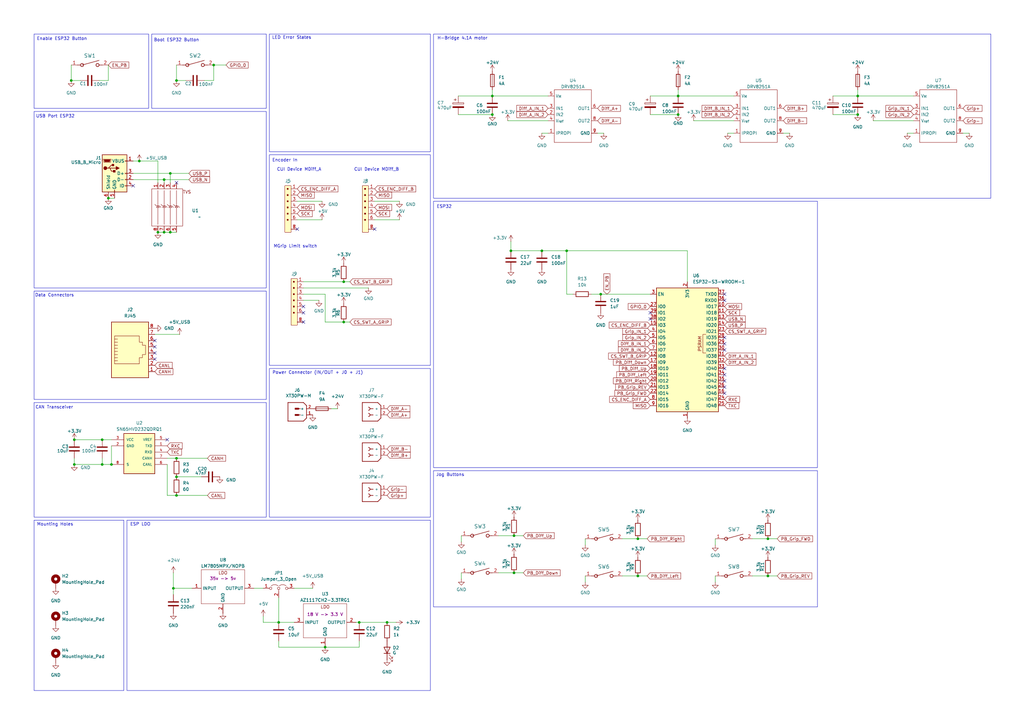
<source format=kicad_sch>
(kicad_sch (version 20231120) (generator "eeschema") (generator_version "8.0")
  (paper "A3")
  (title_block (title "arm drive j3/4 + j5") (rev "1") (company "Philippe Michaud") (comment 1 "Rev1: Changed gripper encoder for limit switches"))
  (junction (at 30.48 180.34))
  (junction (at 246.38 120.65))
  (junction (at 222.25 102.87))
  (junction (at 72.39 187.96))
  (junction (at 133.35 265.43))
  (junction (at 72.39 203.2))
  (junction (at 64.77 95.25))
  (junction (at 140.97 115.57))
  (junction (at 261.62 236.22))
  (junction (at 69.85 95.25))
  (junction (at 45.72 190.5))
  (junction (at 210.82 219.71))
  (junction (at 201.93 39.37))
  (junction (at 71.12 241.3))
  (junction (at 314.96 220.98))
  (junction (at 278.13 46.99))
  (junction (at 44.45 81.28))
  (junction (at 210.82 234.95))
  (junction (at 351.79 39.37))
  (junction (at 72.39 33.02))
  (junction (at 140.97 132.08))
  (junction (at 209.55 102.87))
  (junction (at 261.62 220.98))
  (junction (at 29.21 33.02))
  (junction (at 57.15 66.04))
  (junction (at 67.31 95.25))
  (junction (at 201.93 46.99))
  (junction (at 87.63 26.67))
  (junction (at 69.85 71.12))
  (junction (at 351.79 46.99))
  (junction (at 314.96 236.22))
  (junction (at 41.91 180.34))
  (junction (at 30.48 190.5))
  (junction (at 158.75 255.27))
  (junction (at 147.32 255.27))
  (junction (at 67.31 73.66))
  (junction (at 114.3 255.27))
  (junction (at 232.41 102.87))
  (junction (at 278.13 39.37))
  (junction (at 41.91 190.5))
  (junction (at 72.39 195.58))
  (no_connect (at 297.18 138.43))
  (no_connect (at 297.18 140.97))
  (no_connect (at 266.7 128.27))
  (no_connect (at 124.46 125.73))
  (no_connect (at 266.7 130.81))
  (no_connect (at 297.18 123.19))
  (no_connect (at 124.46 128.27))
  (no_connect (at 63.5 147.32))
  (no_connect (at 153.67 93.98))
  (no_connect (at 124.46 132.08))
  (no_connect (at 297.18 161.29))
  (no_connect (at 297.18 143.51))
  (no_connect (at 297.18 153.67))
  (no_connect (at 54.61 76.2))
  (no_connect (at 297.18 120.65))
  (no_connect (at 72.39 74.93))
  (no_connect (at 297.18 156.21))
  (no_connect (at 297.18 158.75))
  (no_connect (at 63.5 142.24))
  (no_connect (at 297.18 151.13))
  (no_connect (at 63.5 139.7))
  (no_connect (at 63.5 144.78))
  (no_connect (at 121.92 93.98))
  (no_connect (at 68.58 180.34))
  (wire (pts (xy 29.21 33.02) (xy 33.02 33.02)))
  (wire (pts (xy 92.71 26.67) (xy 87.63 26.67)))
  (wire (pts (xy 133.35 265.43) (xy 114.3 265.43)))
  (wire (pts (xy 124.46 123.19) (xy 130.81 123.19)))
  (wire (pts (xy 114.3 255.27) (xy 120.65 255.27)))
  (wire (pts (xy 318.77 220.98) (xy 314.96 220.98)))
  (wire (pts (xy 67.31 73.66) (xy 77.47 73.66)))
  (wire (pts (xy 242.57 120.65) (xy 246.38 120.65)))
  (wire (pts (xy 69.85 71.12) (xy 69.85 74.93)))
  (wire (pts (xy 85.09 187.96) (xy 72.39 187.96)))
  (wire (pts (xy 281.94 102.87) (xy 281.94 115.57)))
  (wire (pts (xy 318.77 236.22) (xy 314.96 236.22)))
  (wire (pts (xy 158.75 255.27) (xy 147.32 255.27)))
  (wire (pts (xy 107.95 255.27) (xy 114.3 255.27)))
  (wire (pts (xy 132.08 90.17) (xy 121.92 90.17)))
  (wire (pts (xy 278.13 39.37) (xy 300.99 39.37)))
  (wire (pts (xy 210.82 234.95) (xy 204.47 234.95)))
  (wire (pts (xy 114.3 262.89) (xy 114.3 265.43)))
  (wire (pts (xy 372.11 54.61) (xy 374.65 54.61)))
  (wire (pts (xy 323.85 54.61) (xy 321.31 54.61)))
  (wire (pts (xy 397.51 54.61) (xy 394.97 54.61)))
  (wire (pts (xy 201.93 39.37) (xy 224.79 39.37)))
  (wire (pts (xy 68.58 203.2) (xy 68.58 190.5)))
  (wire (pts (xy 147.32 262.89) (xy 147.32 265.43)))
  (wire (pts (xy 72.39 33.02) (xy 72.39 26.67)))
  (wire (pts (xy 107.95 252.73) (xy 107.95 255.27)))
  (wire (pts (xy 71.12 241.3) (xy 71.12 243.84)))
  (wire (pts (xy 261.62 220.98) (xy 255.27 220.98)))
  (wire (pts (xy 314.96 220.98) (xy 308.61 220.98)))
  (wire (pts (xy 69.85 71.12) (xy 77.47 71.12)))
  (wire (pts (xy 114.3 245.11) (xy 114.3 255.27)))
  (wire (pts (xy 68.58 187.96) (xy 72.39 187.96)))
  (wire (pts (xy 209.55 102.87) (xy 222.25 102.87)))
  (wire (pts (xy 85.09 203.2) (xy 72.39 203.2)))
  (wire (pts (xy 210.82 219.71) (xy 204.47 219.71)))
  (wire (pts (xy 247.65 54.61) (xy 245.11 54.61)))
  (wire (pts (xy 265.43 220.98) (xy 261.62 220.98)))
  (wire (pts (xy 64.77 66.04) (xy 64.77 74.93)))
  (wire (pts (xy 54.61 71.12) (xy 69.85 71.12)))
  (wire (pts (xy 163.83 90.17) (xy 153.67 90.17)))
  (wire (pts (xy 83.82 33.02) (xy 87.63 33.02)))
  (wire (pts (xy 187.96 46.99) (xy 201.93 46.99)))
  (wire (pts (xy 147.32 255.27) (xy 146.05 255.27)))
  (wire (pts (xy 128.27 241.3) (xy 120.65 241.3)))
  (wire (pts (xy 222.25 102.87) (xy 232.41 102.87)))
  (wire (pts (xy 30.48 190.5) (xy 41.91 190.5)))
  (wire (pts (xy 87.63 33.02) (xy 87.63 26.67)))
  (wire (pts (xy 246.38 120.65) (xy 266.7 120.65)))
  (wire (pts (xy 71.12 241.3) (xy 78.74 241.3)))
  (wire (pts (xy 232.41 102.87) (xy 232.41 120.65)))
  (wire (pts (xy 293.37 223.52) (xy 293.37 220.98)))
  (wire (pts (xy 82.55 195.58) (xy 72.39 195.58)))
  (wire (pts (xy 351.79 36.83) (xy 351.79 39.37)))
  (wire (pts (xy 240.03 223.52) (xy 240.03 220.98)))
  (wire (pts (xy 358.14 49.53) (xy 374.65 49.53)))
  (wire (pts (xy 162.56 255.27) (xy 158.75 255.27)))
  (wire (pts (xy 284.48 49.53) (xy 300.99 49.53)))
  (wire (pts (xy 281.94 102.87) (xy 232.41 102.87)))
  (wire (pts (xy 104.14 241.3) (xy 107.95 241.3)))
  (wire (pts (xy 189.23 237.49) (xy 189.23 234.95)))
  (wire (pts (xy 201.93 36.83) (xy 201.93 39.37)))
  (wire (pts (xy 266.7 39.37) (xy 278.13 39.37)))
  (wire (pts (xy 44.45 81.28) (xy 46.99 81.28)))
  (wire (pts (xy 261.62 236.22) (xy 255.27 236.22)))
  (wire (pts (xy 29.21 26.67) (xy 29.21 33.02)))
  (wire (pts (xy 214.63 234.95) (xy 210.82 234.95)))
  (wire (pts (xy 278.13 36.83) (xy 278.13 39.37)))
  (wire (pts (xy 69.85 95.25) (xy 72.39 95.25)))
  (wire (pts (xy 214.63 219.71) (xy 210.82 219.71)))
  (wire (pts (xy 298.45 54.61) (xy 300.99 54.61)))
  (wire (pts (xy 30.48 180.34) (xy 41.91 180.34)))
  (wire (pts (xy 133.35 120.65) (xy 133.35 132.08)))
  (wire (pts (xy 30.48 187.96) (xy 30.48 190.5)))
  (wire (pts (xy 151.13 118.11) (xy 124.46 118.11)))
  (wire (pts (xy 265.43 236.22) (xy 261.62 236.22)))
  (wire (pts (xy 153.67 82.55) (xy 163.83 82.55)))
  (wire (pts (xy 351.79 39.37) (xy 374.65 39.37)))
  (wire (pts (xy 341.63 39.37) (xy 351.79 39.37)))
  (wire (pts (xy 45.72 182.88) (xy 45.72 190.5)))
  (wire (pts (xy 64.77 95.25) (xy 67.31 95.25)))
  (wire (pts (xy 44.45 33.02) (xy 44.45 26.67)))
  (wire (pts (xy 140.97 132.08) (xy 143.51 132.08)))
  (wire (pts (xy 41.91 187.96) (xy 41.91 190.5)))
  (wire (pts (xy 121.92 82.55) (xy 132.08 82.55)))
  (wire (pts (xy 266.7 46.99) (xy 278.13 46.99)))
  (wire (pts (xy 41.91 190.5) (xy 45.72 190.5)))
  (wire (pts (xy 124.46 115.57) (xy 140.97 115.57)))
  (wire (pts (xy 40.64 33.02) (xy 44.45 33.02)))
  (wire (pts (xy 187.96 39.37) (xy 201.93 39.37)))
  (wire (pts (xy 208.28 49.53) (xy 224.79 49.53)))
  (wire (pts (xy 240.03 238.76) (xy 240.03 236.22)))
  (wire (pts (xy 64.77 66.04) (xy 57.15 66.04)))
  (wire (pts (xy 232.41 120.65) (xy 234.95 120.65)))
  (wire (pts (xy 71.12 234.95) (xy 71.12 241.3)))
  (wire (pts (xy 341.63 46.99) (xy 351.79 46.99)))
  (wire (pts (xy 57.15 66.04) (xy 54.61 66.04)))
  (wire (pts (xy 63.5 137.16) (xy 73.66 137.16)))
  (wire (pts (xy 135.89 167.64) (xy 138.43 167.64)))
  (wire (pts (xy 67.31 73.66) (xy 67.31 74.93)))
  (wire (pts (xy 140.97 115.57) (xy 143.51 115.57)))
  (wire (pts (xy 222.25 54.61) (xy 224.79 54.61)))
  (wire (pts (xy 72.39 203.2) (xy 68.58 203.2)))
  (wire (pts (xy 209.55 99.06) (xy 209.55 102.87)))
  (wire (pts (xy 54.61 73.66) (xy 67.31 73.66)))
  (wire (pts (xy 189.23 222.25) (xy 189.23 219.71)))
  (wire (pts (xy 133.35 132.08) (xy 140.97 132.08)))
  (wire (pts (xy 293.37 238.76) (xy 293.37 236.22)))
  (wire (pts (xy 147.32 265.43) (xy 133.35 265.43)))
  (wire (pts (xy 124.46 120.65) (xy 133.35 120.65)))
  (wire (pts (xy 314.96 236.22) (xy 308.61 236.22)))
  (wire (pts (xy 67.31 95.25) (xy 69.85 95.25)))
  (wire (pts (xy 41.91 180.34) (xy 45.72 180.34)))
  (wire (pts (xy 76.2 33.02) (xy 72.39 33.02)))
  (rectangle (start 62.23 13.97) (end 109.22 44.45))
  (rectangle (start 177.8 82.55) (end 335.28 191.77))
  (rectangle (start 177.8 193.04) (end 335.28 248.92))
  (rectangle (start 110.49 151.13) (end 176.53 212.09))
  (rectangle (start 110.49 13.97) (end 176.53 62.23))
  (rectangle (start 13.97 213.36) (end 50.8 283.21))
  (rectangle (start 177.8 13.97) (end 406.4 81.28))
  (rectangle (start 13.97 45.72) (end 109.22 118.11))
  (rectangle (start 13.97 13.97) (end 60.96 44.45))
  (rectangle (start 13.97 165.1) (end 109.22 212.09))
  (rectangle (start 13.97 119.38) (end 109.22 163.83))
  (rectangle (start 52.07 213.36) (end 176.53 283.21))
  (rectangle (start 110.49 63.5) (end 176.53 149.86))
  (text "Boot ESP32 Button" (at 72.39 16.51 0) (effects (font (size 1.27 1.27))))
  (text "Enable ESP32 Button" (at 25.4 16.002 0) (effects (font (size 1.27 1.27))))
  (text "CUI Device MDiff_A" (at 122.682 69.596 0) (effects (font (size 1.27 1.27))))
  (text "CAN Transceiver" (at 14.478 167.132 0) (effects (font (size 1.27 1.27)) (justify left)))
  (text "Encoder In" (at 116.84 65.786 0) (effects (font (size 1.27 1.27))))
  (text "LED Error States" (at 119.634 15.494 0) (effects (font (size 1.27 1.27))))
  (text "Power Connector (IN/OUT + J0 + J1)" (at 130.302 152.908 0) (effects (font (size 1.27 1.27))))
  (text "ESP LDO" (at 53.34 215.138 0) (effects (font (size 1.27 1.27)) (justify left)))
  (text "Data Connectors" (at 22.352 121.158 0) (effects (font (size 1.27 1.27))))
  (text "H-Bridge 4.1A motor" (at 179.324 15.748 0) (effects (font (size 1.27 1.27)) (justify left)))
  (text "Mounting Holes" (at 22.606 215.138 0) (effects (font (size 1.27 1.27))))
  (text "USB Port ESP32" (at 14.732 47.752 0) (effects (font (size 1.27 1.27)) (justify left)))
  (text "Jog Buttons" (at 184.658 194.818 0) (effects (font (size 1.27 1.27))))
  (text "CUI Device MDiff_B" (at 154.432 69.596 0) (effects (font (size 1.27 1.27))))
  (text "MGrip Limit switch" (at 121.158 101.092 0) (effects (font (size 1.27 1.27))))
  (text "ESP32" (at 179.07 84.836 0) (effects (font (size 1.27 1.27)) (justify left)))
  (global_label "PB_Grip_REV" (shape input) (at 318.77 236.22 0) (property "Intersheetrefs" "${INTERSHEET_REFS}" (effects (hide yes))))
  (global_label "Grip+" (shape input) (at 394.97 44.45 0) (property "Intersheetrefs" "${INTERSHEET_REFS}" (effects (hide yes))))
  (global_label "CANH" (shape input) (at 63.5 152.4 0) (property "Intersheetrefs" "${INTERSHEET_REFS}" (effects (hide yes))))
  (global_label "Grip+" (shape input) (at 158.75 203.2 0) (property "Intersheetrefs" "${INTERSHEET_REFS}" (effects (hide yes))))
  (global_label "PB_Diff_Right" (shape input) (at 265.43 220.98 0) (property "Intersheetrefs" "${INTERSHEET_REFS}" (effects (hide yes))))
  (global_label "PB_Diff_Up" (shape input) (at 266.7 151.13 180) (property "Intersheetrefs" "${INTERSHEET_REFS}" (effects (hide yes))))
  (global_label "CS_ENC_DIFF_A" (shape input) (at 121.92 77.47 0) (property "Intersheetrefs" "${INTERSHEET_REFS}" (effects (hide yes))))
  (global_label "SCK" (shape input) (at 297.18 128.27 0) (property "Intersheetrefs" "${INTERSHEET_REFS}" (effects (hide yes))))
  (global_label "Grip-" (shape input) (at 394.97 49.53 0) (property "Intersheetrefs" "${INTERSHEET_REFS}" (effects (hide yes))))
  (global_label "MOSI" (shape input) (at 153.67 85.09 0) (property "Intersheetrefs" "${INTERSHEET_REFS}" (effects (hide yes))))
  (global_label "Diff_B_IN_1" (shape input) (at 266.7 140.97 180) (property "Intersheetrefs" "${INTERSHEET_REFS}" (effects (hide yes))))
  (global_label "Diff_B+" (shape input) (at 158.75 186.69 0) (property "Intersheetrefs" "${INTERSHEET_REFS}" (effects (hide yes))))
  (global_label "Diff_A-" (shape input) (at 158.75 167.64 0) (property "Intersheetrefs" "${INTERSHEET_REFS}" (effects (hide yes))))
  (global_label "MISO" (shape input) (at 266.7 166.37 180) (property "Intersheetrefs" "${INTERSHEET_REFS}" (effects (hide yes))))
  (global_label "PB_Grip_REV" (shape input) (at 266.7 158.75 180) (property "Intersheetrefs" "${INTERSHEET_REFS}" (effects (hide yes))))
  (global_label "MOSI" (shape input) (at 297.18 125.73 0) (property "Intersheetrefs" "${INTERSHEET_REFS}" (effects (hide yes))))
  (global_label "PB_Diff_Down" (shape input) (at 214.63 234.95 0) (property "Intersheetrefs" "${INTERSHEET_REFS}" (effects (hide yes))))
  (global_label "Diff_B-" (shape input) (at 158.75 184.15 0) (property "Intersheetrefs" "${INTERSHEET_REFS}" (effects (hide yes))))
  (global_label "RXC" (shape input) (at 297.18 163.83 0) (property "Intersheetrefs" "${INTERSHEET_REFS}" (effects (hide yes))))
  (global_label "PB_Diff_Left" (shape input) (at 266.7 153.67 180) (property "Intersheetrefs" "${INTERSHEET_REFS}" (effects (hide yes))))
  (global_label "USB_N" (shape input) (at 297.18 130.81 0) (property "Intersheetrefs" "${INTERSHEET_REFS}" (effects (hide yes))))
  (global_label "SCK" (shape input) (at 153.67 87.63 0) (property "Intersheetrefs" "${INTERSHEET_REFS}" (effects (hide yes))))
  (global_label "PB_Diff_Up" (shape input) (at 214.63 219.71 0) (property "Intersheetrefs" "${INTERSHEET_REFS}" (effects (hide yes))))
  (global_label "USB_P" (shape input) (at 77.47 71.12 0) (property "Intersheetrefs" "${INTERSHEET_REFS}" (effects (hide yes))))
  (global_label "MOSI" (shape input) (at 121.92 85.09 0) (property "Intersheetrefs" "${INTERSHEET_REFS}" (effects (hide yes))))
  (global_label "MISO" (shape input) (at 121.92 80.01 0) (property "Intersheetrefs" "${INTERSHEET_REFS}" (effects (hide yes))))
  (global_label "CANL" (shape input) (at 63.5 149.86 0) (property "Intersheetrefs" "${INTERSHEET_REFS}" (effects (hide yes))))
  (global_label "CANH" (shape input) (at 85.09 187.96 0) (property "Intersheetrefs" "${INTERSHEET_REFS}" (effects (hide yes))))
  (global_label "CS_SWT_B_GRIP" (shape input) (at 143.51 115.57 0) (property "Intersheetrefs" "${INTERSHEET_REFS}" (effects (hide yes))))
  (global_label "Diff_A+" (shape input) (at 158.75 170.18 0) (property "Intersheetrefs" "${INTERSHEET_REFS}" (effects (hide yes))))
  (global_label "GPIO_0" (shape input) (at 92.71 26.67 0) (property "Intersheetrefs" "${INTERSHEET_REFS}" (effects (hide yes))))
  (global_label "MISO" (shape input) (at 153.67 80.01 0) (property "Intersheetrefs" "${INTERSHEET_REFS}" (effects (hide yes))))
  (global_label "Diff_A+" (shape input) (at 245.11 44.45 0) (property "Intersheetrefs" "${INTERSHEET_REFS}" (effects (hide yes))))
  (global_label "Diff_B-" (shape input) (at 321.31 49.53 0) (property "Intersheetrefs" "${INTERSHEET_REFS}" (effects (hide yes))))
  (global_label "PB_Diff_Down" (shape input) (at 266.7 148.59 180) (property "Intersheetrefs" "${INTERSHEET_REFS}" (effects (hide yes))))
  (global_label "CS_ENC_DIFF_A" (shape input) (at 266.7 163.83 180) (property "Intersheetrefs" "${INTERSHEET_REFS}" (effects (hide yes))))
  (global_label "Diff_A_IN_1" (shape input) (at 297.18 146.05 0) (property "Intersheetrefs" "${INTERSHEET_REFS}" (effects (hide yes))))
  (global_label "GPIO_0" (shape input) (at 266.7 125.73 180) (property "Intersheetrefs" "${INTERSHEET_REFS}" (effects (hide yes))))
  (global_label "Diff_A-" (shape input) (at 245.11 49.53 0) (property "Intersheetrefs" "${INTERSHEET_REFS}" (effects (hide yes))))
  (global_label "CS_SWT_A_GRIP" (shape input) (at 143.51 132.08 0) (property "Intersheetrefs" "${INTERSHEET_REFS}" (effects (hide yes))))
  (global_label "Diff_A_IN_2" (shape input) (at 224.79 46.99 180) (property "Intersheetrefs" "${INTERSHEET_REFS}" (effects (hide yes))))
  (global_label "Diff_B+" (shape input) (at 321.31 44.45 0) (property "Intersheetrefs" "${INTERSHEET_REFS}" (effects (hide yes))))
  (global_label "TXC" (shape input) (at 68.58 185.42 0) (property "Intersheetrefs" "${INTERSHEET_REFS}" (effects (hide yes))))
  (global_label "USB_N" (shape input) (at 77.47 73.66 0) (property "Intersheetrefs" "${INTERSHEET_REFS}" (effects (hide yes))))
  (global_label "EN_PB" (shape input) (at 44.45 26.67 0) (property "Intersheetrefs" "${INTERSHEET_REFS}" (effects (hide yes))))
  (global_label "EN_PB" (shape input) (at 248.92 120.65 90) (property "Intersheetrefs" "${INTERSHEET_REFS}" (effects (hide yes))))
  (global_label "PB_Diff_Left" (shape input) (at 265.43 236.22 0) (property "Intersheetrefs" "${INTERSHEET_REFS}" (effects (hide yes))))
  (global_label "CS_SWT_A_GRIP" (shape input) (at 297.18 135.89 0) (property "Intersheetrefs" "${INTERSHEET_REFS}" (effects (hide yes))))
  (global_label "Diff_B_IN_1" (shape input) (at 300.99 44.45 180) (property "Intersheetrefs" "${INTERSHEET_REFS}" (effects (hide yes))))
  (global_label "Diff_A_IN_1" (shape input) (at 224.79 44.45 180) (property "Intersheetrefs" "${INTERSHEET_REFS}" (effects (hide yes))))
  (global_label "Diff_B_IN_2" (shape input) (at 266.7 143.51 180) (property "Intersheetrefs" "${INTERSHEET_REFS}" (effects (hide yes))))
  (global_label "Grip_IN_1" (shape input) (at 374.65 44.45 180) (property "Intersheetrefs" "${INTERSHEET_REFS}" (effects (hide yes))))
  (global_label "Diff_A_IN_2" (shape input) (at 297.18 148.59 0) (property "Intersheetrefs" "${INTERSHEET_REFS}" (effects (hide yes))))
  (global_label "SCK" (shape input) (at 121.92 87.63 0) (property "Intersheetrefs" "${INTERSHEET_REFS}" (effects (hide yes))))
  (global_label "PB_Grip_FWD" (shape input) (at 318.77 220.98 0) (property "Intersheetrefs" "${INTERSHEET_REFS}" (effects (hide yes))))
  (global_label "RXC" (shape input) (at 68.58 182.88 0) (property "Intersheetrefs" "${INTERSHEET_REFS}" (effects (hide yes))))
  (global_label "Grip-" (shape input) (at 158.75 200.66 0) (property "Intersheetrefs" "${INTERSHEET_REFS}" (effects (hide yes))))
  (global_label "Grip_IN_1" (shape input) (at 266.7 135.89 180) (property "Intersheetrefs" "${INTERSHEET_REFS}" (effects (hide yes))))
  (global_label "Diff_B_IN_2" (shape input) (at 300.99 46.99 180) (property "Intersheetrefs" "${INTERSHEET_REFS}" (effects (hide yes))))
  (global_label "TXC" (shape input) (at 297.18 166.37 0) (property "Intersheetrefs" "${INTERSHEET_REFS}" (effects (hide yes))))
  (global_label "USB_P" (shape input) (at 297.18 133.35 0) (property "Intersheetrefs" "${INTERSHEET_REFS}" (effects (hide yes))))
  (global_label "CS_ENC_DIFF_B" (shape input) (at 266.7 133.35 180) (property "Intersheetrefs" "${INTERSHEET_REFS}" (effects (hide yes))))
  (global_label "Grip_IN_2" (shape input) (at 266.7 138.43 180) (property "Intersheetrefs" "${INTERSHEET_REFS}" (effects (hide yes))))
  (global_label "PB_Grip_FWD" (shape input) (at 266.7 161.29 180) (property "Intersheetrefs" "${INTERSHEET_REFS}" (effects (hide yes))))
  (global_label "CANL" (shape input) (at 85.09 203.2 0) (property "Intersheetrefs" "${INTERSHEET_REFS}" (effects (hide yes))))
  (global_label "CS_ENC_DIFF_B" (shape input) (at 153.67 77.47 0) (property "Intersheetrefs" "${INTERSHEET_REFS}" (effects (hide yes))))
  (global_label "PB_Diff_Right" (shape input) (at 266.7 156.21 180) (property "Intersheetrefs" "${INTERSHEET_REFS}" (effects (hide yes))))
  (global_label "Grip_IN_2" (shape input) (at 374.65 46.99 180) (property "Intersheetrefs" "${INTERSHEET_REFS}" (effects (hide yes))))
  (global_label "CS_SWT_B_GRIP" (shape input) (at 266.7 146.05 180) (property "Intersheetrefs" "${INTERSHEET_REFS}" (effects (hide yes))))
  (symbol (lib_id "power:+7.5V") (at 351.79 29.21 0) (unit 1)
    (property "Reference" "#PWR041" (effects (hide yes)))
    (property "Value" "+24V" (at 351.79 25.654 0))
    (property "Description" "Power symbol creates a global label with name \"+7.5V\"" (effects (hide yes)))
  )
  (symbol (lib_id "Device:Fuse") (at 201.93 33.02 180) (unit 1)
    (property "Reference" "F1" (at 204.47 31.7499 0) (effects (justify right)))
    (property "Value" "4A" (at 204.47 34.2899 0) (effects (justify right)))
    (property "Footprint" "3568-20:FUSE_3568-20" (effects (hide yes)))
    (property "Description" "3568-20 :  36-3568-20-ND" (effects (hide yes)))
  )
  (symbol (lib_id "Device:R") (at 210.82 231.14 0) (unit 1)
    (property "Reference" "R7" (at 208.534 231.14 90))
    (property "Value" "3.3k" (at 207.01 231.14 90))
    (property "Footprint" "Resistor_SMD:R_0805_2012Metric_Pad1.20x1.40mm_HandSolder" (effects (hide yes)))
    (property "Description" "Resistor" (effects (hide yes)))
  )
  (symbol (lib_id "power:GND") (at 29.21 33.02 0) (unit 1)
    (property "Reference" "#PWR01" (effects (hide yes)))
    (property "Value" "GND" (at 29.21 38.1 0))
    (property "Description" "Power symbol creates a global label with name \"GND\" , ground" (effects (hide yes)))
  )
  (symbol (lib_id "power:+3.3V") (at 162.56 255.27 270) (unit 1)
    (property "Reference" "#PWR015" (effects (hide yes)))
    (property "Value" "+3.3V" (at 166.37 255.2699 90) (effects (justify left)))
    (property "Description" "Power symbol creates a global label with name \"+3.3V\"" (effects (hide yes)))
  )
  (symbol (lib_id "power:GND") (at 64.77 95.25 0) (unit 1)
    (property "Reference" "#PWR05" (effects (hide yes)))
    (property "Value" "GND" (at 64.77 100.33 0))
    (property "Description" "Power symbol creates a global label with name \"GND\" , ground" (effects (hide yes)))
  )
  (symbol (lib_id "Custom:TVS_-_150-SMDB03CE3/TR7TR-ND") (at 68.58 85.09 0) (unit 1)
    (property "Reference" "U1" (at 78.74 86.36 0) (effects (justify left)))
    (property "Value" "~" (at 81.28 89.01 0) (effects (justify left)))
    (property "Footprint" "Package_SO:SOIC-8-1EP_3.9x4.9mm_P1.27mm_EP2.29x3mm" (effects (hide yes)))
    (property "Datasheet" "150-SMDB03CE3/TR7TR-ND" (effects (hide yes)))
  )
  (symbol (lib_name "JST6_Pins_1") (lib_id "Custom:JST6_Pins") (at 119.38 76.2 270) (unit 1)
    (property "Reference" "J5" (at 118.11 74.168 90))
    (property "Value" "~" (at 118.11 74.93 90))
    (property "Footprint" "JST-S6B-HX-SM4:CONN_S6B-XH-SM4-TB_JST" (effects (hide yes)))
  )
  (symbol (lib_id "Device:LED") (at 158.75 266.7 90) (unit 1)
    (property "Reference" "D2" (at 161.036 265.684 90) (effects (justify right)))
    (property "Value" "G" (at 161.036 267.716 90) (effects (justify right)))
    (property "Footprint" "LED_SMD:LED_0805_2012Metric_Pad1.15x1.40mm_HandSolder" (effects (hide yes)))
    (property "Datasheet" "https://www.we-online.com/components/products/datasheet/150080SS75000.pdf" (effects (hide yes)))
    (property "Description" "Light emitting diode | 150080SS75000" (effects (hide yes)))
  )
  (symbol (lib_id "power:+5V") (at 57.15 66.04 0) (unit 1)
    (property "Reference" "#PWR03" (effects (hide yes)))
    (property "Value" "+5V_USB" (at 59.69 64.7699 0) (effects (justify left)))
    (property "Description" "Power symbol creates a global label with name \"+5V\"" (effects (hide yes)))
  )
  (symbol (lib_id "Device:R") (at 140.97 128.27 0) (unit 1)
    (property "Reference" "R6" (at 138.684 128.27 90))
    (property "Value" "3.3k" (at 137.16 128.27 90))
    (property "Footprint" "Resistor_SMD:R_0805_2012Metric_Pad1.20x1.40mm_HandSolder" (effects (hide yes)))
    (property "Description" "Resistor" (effects (hide yes)))
  )
  (symbol (lib_id "Device:R") (at 238.76 120.65 90) (unit 1)
    (property "Reference" "R13" (at 238.76 114.3 90))
    (property "Value" "10k" (at 238.76 116.84 90))
    (property "Footprint" "Resistor_SMD:R_0805_2012Metric_Pad1.20x1.40mm_HandSolder" (effects (hide yes)))
    (property "Description" "Resistor" (effects (hide yes)))
  )
  (symbol (lib_id "power:+7.5V") (at 201.93 29.21 0) (unit 1)
    (property "Reference" "#PWR021" (effects (hide yes)))
    (property "Value" "+24V" (at 201.93 25.654 0))
    (property "Description" "Power symbol creates a global label with name \"+7.5V\"" (effects (hide yes)))
  )
  (symbol (lib_id "power:GND") (at 397.51 54.61 0) (unit 1)
    (property "Reference" "#PWR052" (effects (hide yes)))
    (property "Value" "GND" (at 397.51 59.69 0))
    (property "Description" "Power symbol creates a global label with name \"GND\" , ground" (effects (hide yes)))
  )
  (symbol (lib_id "power:GND") (at 222.25 110.49 0) (unit 1)
    (property "Reference" "#PWR049" (effects (hide yes)))
    (property "Value" "GND" (at 222.25 115.57 0))
    (property "Description" "Power symbol creates a global label with name \"GND\" , ground" (effects (hide yes)))
  )
  (symbol (lib_id "power:GND") (at 209.55 110.49 0) (unit 1)
    (property "Reference" "#PWR048" (effects (hide yes)))
    (property "Value" "GND" (at 209.55 115.57 0))
    (property "Description" "Power symbol creates a global label with name \"GND\" , ground" (effects (hide yes)))
  )
  (symbol (lib_id "Device:C") (at 41.91 184.15 0) (unit 1)
    (property "Reference" "C4" (at 36.83 183.134 0) (effects (justify left)))
    (property "Value" "100nF" (at 33.528 184.912 0) (effects (justify left)))
    (property "Footprint" "Capacitor_SMD:C_0805_2012Metric_Pad1.18x1.45mm_HandSolder" (effects (hide yes)))
    (property "Description" "Unpolarized capacitor" (effects (hide yes)))
  )
  (symbol (lib_id "Device:C") (at 246.38 124.46 0) (unit 1)
    (property "Reference" "C19" (at 250.19 123.1899 0) (effects (justify left)))
    (property "Value" "1uF" (at 250.19 125.7299 0) (effects (justify left)))
    (property "Footprint" "Capacitor_SMD:C_0805_2012Metric_Pad1.18x1.45mm_HandSolder" (effects (hide yes)))
    (property "Description" "Unpolarized capacitor" (effects (hide yes)))
  )
  (symbol (lib_id "Mechanical:MountingHole_Pad") (at 22.86 238.76 0) (unit 1) (exclude_from_sim yes) (in_bom no)
    (property "Reference" "H2" (at 25.4 236.2199 0) (effects (justify left)))
    (property "Value" "MountingHole_Pad" (at 25.4 238.7599 0) (effects (justify left)))
    (property "Footprint" "MountingHole:MountingHole_3.2mm_M3_DIN965_Pad_TopBottom" (effects (hide yes)))
    (property "Description" "Mounting Hole with connection" (effects (hide yes)))
  )
  (symbol (lib_id "power:GND") (at 278.13 46.99 0) (unit 1)
    (property "Reference" "#PWR032" (effects (hide yes)))
    (property "Value" "GND" (at 278.13 50.546 0))
    (property "Description" "Power symbol creates a global label with name \"GND\" , ground" (effects (hide yes)))
  )
  (symbol (lib_id "Device:C") (at 30.48 184.15 0) (unit 1)
    (property "Reference" "C3" (at 25.4 183.134 0) (effects (justify left)))
    (property "Value" "10uF" (at 23.368 184.912 0) (effects (justify left)))
    (property "Footprint" "Capacitor_SMD:C_0805_2012Metric_Pad1.18x1.45mm_HandSolder" (effects (hide yes)))
    (property "Description" "Unpolarized capacitor" (effects (hide yes)))
  )
  (symbol (lib_id "power:+7.5V") (at 30.48 180.34 0) (unit 1)
    (property "Reference" "#PWR012" (effects (hide yes)))
    (property "Value" "+3.3V" (at 30.48 176.784 0))
    (property "Description" "Power symbol creates a global label with name \"+7.5V\"" (effects (hide yes)))
  )
  (symbol (lib_id "power:GND") (at 132.08 82.55 0) (unit 1)
    (property "Reference" "#PWR013" (effects (hide yes)))
    (property "Value" "GND" (at 134.62 83.8199 0) (effects (justify left)))
    (property "Description" "Power symbol creates a global label with name \"GND\" , ground" (effects (hide yes)))
  )
  (symbol (lib_id "RF_Module:ESP32-S3-WROOM-1") (at 281.94 143.51 0) (unit 1)
    (property "Reference" "U6" (at 284.1341 113.03 0) (effects (justify left)))
    (property "Value" "ESP32-S3-WROOM-1" (at 284.1341 115.57 0) (effects (justify left)))
    (property "Footprint" "RF_Module:ESP32-S3-WROOM-1" (effects (hide yes)))
    (property "Datasheet" "https://www.espressif.com/sites/default/files/documentation/esp32-s3-wroom-1_wroom-1u_datasheet_en.pdf" (effects (hide yes)))
    (property "Description" "RF Module, ESP32-S3 SoC, Wi-Fi 802.11b/g/n, Bluetooth, BLE, 32-bit, 3.3V, onboard antenna, SMD" (effects (hide yes)))
  )
  (symbol (lib_id "power:GND") (at 44.45 81.28 0) (unit 1)
    (property "Reference" "#PWR04" (effects (hide yes)))
    (property "Value" "GND" (at 44.45 85.344 0))
    (property "Description" "Power symbol creates a global label with name \"GND\" , ground" (effects (hide yes)))
  )
  (symbol (lib_id "power:GND") (at 63.5 134.62 90) (unit 1)
    (property "Reference" "#PWR09" (effects (hide yes)))
    (property "Value" "GND" (at 67.31 134.6199 90) (effects (justify right)))
    (property "Description" "Power symbol creates a global label with name \"GND\" , ground" (effects (hide yes)))
  )
  (symbol (lib_id "power:+3.3V") (at 261.62 213.36 0) (unit 1)
    (property "Reference" "#PWR062" (effects (hide yes)))
    (property "Value" "+3.3V" (at 261.62 209.804 0))
    (property "Description" "Power symbol creates a global label with name \"+3.3V\"" (effects (hide yes)))
  )
  (symbol (lib_id "TS09_63_25_WT_160_SMT_TR:TS09-63-25-WT-160-SMT-TR") (at 72.39 26.67 0) (unit 1)
    (property "Reference" "SW2" (at 80.01 22.86 0) (effects (font (size 1.524 1.524))))
    (property "Value" "TS09-63-25-WT-160-SMT-TR" (effects (hide yes)))
    (property "Footprint" "TS09_63_25_WT_160_SMT_TR:SW_TS09-63-25_CUD" (effects (hide yes)))
    (property "Datasheet" "TS09-63-25-WT-160-SMT-TR" (effects (hide yes)))
  )
  (symbol (lib_id "Device:C") (at 351.79 43.18 0) (unit 1)
    (property "Reference" "C10" (at 345.186 43.18 0) (effects (justify left)))
    (property "Value" "100nF" (at 345.186 45.72 0) (effects (justify left)))
    (property "Footprint" "Capacitor_SMD:C_0805_2012Metric_Pad1.18x1.45mm_HandSolder" (effects (hide yes)))
    (property "Description" "Unpolarized capacitor, 24V" (effects (hide yes)))
  )
  (symbol (lib_id "Device:R") (at 261.62 232.41 0) (unit 1)
    (property "Reference" "R9" (at 259.334 232.41 90))
    (property "Value" "3.3k" (at 257.81 232.41 90))
    (property "Footprint" "Resistor_SMD:R_0805_2012Metric_Pad1.20x1.40mm_HandSolder" (effects (hide yes)))
    (property "Description" "Resistor" (effects (hide yes)))
  )
  (symbol (lib_id "Custom:JST6_Pins") (at 121.92 114.3 270) (unit 1)
    (property "Reference" "J9" (at 120.65 112.268 90))
    (property "Value" "~" (at 120.65 113.03 90))
    (property "Footprint" "JST-S6B-HX-SM4:CONN_S6B-XH-SM4-TB_JST" (effects (hide yes)))
  )
  (symbol (lib_id "Custom:DRV8251A") (at 311.15 33.02 0) (unit 1)
    (property "Reference" "U5" (at 311.15 33.02 0))
    (property "Value" "DRV8251A" (at 311.15 35.56 0))
    (property "Footprint" "Package_SO:Texas_HSOP-8-1EP_3.9x4.9mm_P1.27mm_ThermalVias" (effects (hide yes)))
    (property "Datasheet" "https://www.ti.com/lit/ds/symlink/drv8251a.pdf?ts=1647896037237&ref_url=https%253A%252F%252Fwww.ti.com%252Fstore%252Fti%252Fen%252Fp%252Fproduct%252F%253Fp%253DDRV8251ADDAR%2526keyMatch%253DDRV8251ADDAR%2526tisearch%253Dsearch-everything%2526usecase%253DO" (effects (hide yes)))
    (property "Description" "4.5V-45V, 4.1A Full H-bdrige" (effects (hide yes)))
  )
  (symbol (lib_id "power:GND") (at 323.85 54.61 0) (unit 1)
    (property "Reference" "#PWR040" (effects (hide yes)))
    (property "Value" "GND" (at 323.85 59.69 0))
    (property "Description" "Power symbol creates a global label with name \"GND\" , ground" (effects (hide yes)))
  )
  (symbol (lib_id "power:+3.3V") (at 140.97 107.95 0) (unit 1)
    (property "Reference" "#PWR027" (effects (hide yes)))
    (property "Value" "+3.3V" (at 140.97 104.394 0))
    (property "Description" "Power symbol creates a global label with name \"+3.3V\"" (effects (hide yes)))
  )
  (symbol (lib_id "power:GND") (at 71.12 251.46 0) (unit 1)
    (property "Reference" "#PWR06" (effects (hide yes)))
    (property "Value" "GND" (at 71.12 256.54 0))
    (property "Description" "Power symbol creates a global label with name \"GND\" , ground" (effects (hide yes)))
  )
  (symbol (lib_name "LDO_3_1") (lib_id "Custom:LDO_3") (at 91.44 229.87 0) (unit 1)
    (property "Reference" "U8" (at 91.44 229.616 0))
    (property "Value" "LM7805MPX/NOPB" (at 91.44 232.156 0))
    (property "Footprint" "Package_TO_SOT_SMD:SOT-223-3_TabPin2" (effects (hide yes)))
    (property "Description" "35v -> 5v" (at 91.44 237.236 0))
  )
  (symbol (lib_id "power:+5V") (at 128.27 241.3 0) (unit 1)
    (property "Reference" "#PWR039" (effects (hide yes)))
    (property "Value" "+5V_USB" (at 128.27 236.22 0))
    (property "Description" "Power symbol creates a global label with name \"+5V\"" (effects (hide yes)))
  )
  (symbol (lib_id "TJA1050T_CM_118:TJA1050T_CM_118") (at 57.15 185.42 0) (unit 1)
    (property "Reference" "U2" (at 57.15 173.482 0))
    (property "Value" "SN65HVD232QDRQ1" (at 57.15 176.022 0))
    (property "Footprint" "TJA1050T_CM_118:SOIC127P600X175-8N" (effects (hide yes)))
    (property "PARTREV" "4" (effects (hide yes)))
    (property "STANDARD" "IPC 7351B" (effects (hide yes)))
    (property "MAXIMUM_PACKAGE_HEIGHT" "1.75 mm" (effects (hide yes)))
    (property "MANUFACTURER" "NXP USA" (effects (hide yes)))
  )
  (symbol (lib_id "Custom:DRV8251A") (at 234.95 33.02 0) (unit 1)
    (property "Reference" "U4" (at 234.95 33.02 0))
    (property "Value" "DRV8251A" (at 234.95 35.56 0))
    (property "Footprint" "Package_SO:Texas_HSOP-8-1EP_3.9x4.9mm_P1.27mm_ThermalVias" (effects (hide yes)))
    (property "Datasheet" "https://www.ti.com/lit/ds/symlink/drv8251a.pdf?ts=1647896037237&ref_url=https%253A%252F%252Fwww.ti.com%252Fstore%252Fti%252Fen%252Fp%252Fproduct%252F%253Fp%253DDRV8251ADDAR%2526keyMatch%253DDRV8251ADDAR%2526tisearch%253Dsearch-everything%2526usecase%253DO" (effects (hide yes)))
    (property "Description" "4.5V-45V, 4.1A Full H-bdrige" (effects (hide yes)))
  )
  (symbol (lib_id "TS09_63_25_WT_160_SMT_TR:TS09-63-25-WT-160-SMT-TR") (at 189.23 234.95 0) (unit 1)
    (property "Reference" "SW4" (at 196.85 231.14 0) (effects (font (size 1.524 1.524))))
    (property "Value" "TS09-63-25-WT-160-SMT-TR" (effects (hide yes)))
    (property "Footprint" "TS09_63_25_WT_160_SMT_TR:SW_TS09-63-25_CUD" (effects (hide yes)))
    (property "Datasheet" "TS09-63-25-WT-160-SMT-TR" (effects (hide yes)))
  )
  (symbol (lib_id "power:GND") (at 351.79 46.99 0) (unit 1)
    (property "Reference" "#PWR042" (effects (hide yes)))
    (property "Value" "GND" (at 351.79 52.07 0))
    (property "Description" "Power symbol creates a global label with name \"GND\" , ground" (effects (hide yes)))
  )
  (symbol (lib_id "power:GND") (at 240.03 223.52 0) (unit 1)
    (property "Reference" "#PWR060" (effects (hide yes)))
    (property "Value" "GND" (at 237.998 227.838 0) (effects (justify left)))
    (property "Description" "Power symbol creates a global label with name \"GND\" , ground" (effects (hide yes)))
  )
  (symbol (lib_id "Device:R") (at 314.96 217.17 0) (unit 1)
    (property "Reference" "R10" (at 312.674 217.17 90))
    (property "Value" "3.3k" (at 311.15 217.17 90))
    (property "Footprint" "Resistor_SMD:R_0805_2012Metric_Pad1.20x1.40mm_HandSolder" (effects (hide yes)))
    (property "Description" "Resistor" (effects (hide yes)))
  )
  (symbol (lib_id "Device:R") (at 210.82 215.9 0) (unit 1)
    (property "Reference" "R1" (at 208.534 215.9 90))
    (property "Value" "3.3k" (at 207.01 215.9 90))
    (property "Footprint" "Resistor_SMD:R_0805_2012Metric_Pad1.20x1.40mm_HandSolder" (effects (hide yes)))
    (property "Description" "Resistor" (effects (hide yes)))
  )
  (symbol (lib_id "power:GND") (at 293.37 238.76 0) (unit 1)
    (property "Reference" "#PWR065" (effects (hide yes)))
    (property "Value" "GND" (at 291.338 243.078 0) (effects (justify left)))
    (property "Description" "Power symbol creates a global label with name \"GND\" , ground" (effects (hide yes)))
  )
  (symbol (lib_name "XT30PW-F_1") (lib_id "XT30PW-F:XT30PW-F") (at 156.21 184.15 0) (unit 1)
    (property "Reference" "J3" (at 152.4 176.53 0))
    (property "Value" "XT30PW-F" (at 152.4 179.07 0))
    (property "Footprint" "XT30PW-F:AMASS_XT30PW-F" (effects (hide yes)))
    (property "MF" "amass" (effects (hide yes)))
    (property "MAXIMUM_PACKAGE_HEIGHT" "5 mm" (effects (hide yes)))
    (property "Package" "None" (effects (hide yes)))
    (property "Price" "None" (effects (hide yes)))
    (property "Check_prices" "https://www.snapeda.com/parts/XT30PW-F/AMASS/view-part/?ref=eda" (effects (hide yes)))
    (property "STANDARD" "Manufacturer Recommendations" (effects (hide yes)))
    (property "PARTREV" "1.2" (effects (hide yes)))
    (property "SnapEDA_Link" "https://www.snapeda.com/parts/XT30PW-F/AMASS/view-part/?ref=snap" (effects (hide yes)))
    (property "MP" "XT30PW-F" (effects (hide yes)))
    (property "Description_1" "\nSocket; DC supply; XT30; female; PIN: 2; on PCBs; THT; yellow; 15A\n" (effects (hide yes)))
    (property "MANUFACTURER" "Amass" (effects (hide yes)))
    (property "Availability" "Not in stock" (effects (hide yes)))
    (property "SNAPEDA_PN" "XT30PW-F" (effects (hide yes)))
  )
  (symbol (lib_id "power:GND") (at 222.25 54.61 0) (unit 1)
    (property "Reference" "#PWR025" (effects (hide yes)))
    (property "Value" "GND" (at 222.25 59.69 0))
    (property "Description" "Power symbol creates a global label with name \"GND\" , ground" (effects (hide yes)))
  )
  (symbol (lib_id "Mechanical:MountingHole_Pad") (at 22.86 254 0) (unit 1) (exclude_from_sim yes) (in_bom no)
    (property "Reference" "H3" (at 25.4 251.4599 0) (effects (justify left)))
    (property "Value" "MountingHole_Pad" (at 25.4 253.9999 0) (effects (justify left)))
    (property "Footprint" "MountingHole:MountingHole_3.2mm_M3_DIN965_Pad_TopBottom" (effects (hide yes)))
    (property "Description" "Mounting Hole with connection" (effects (hide yes)))
  )
  (symbol (lib_id "power:+24V") (at 71.12 234.95 0) (unit 1)
    (property "Reference" "#PWR044" (effects (hide yes)))
    (property "Value" "+24V" (at 71.12 229.87 0))
    (property "Description" "Power symbol creates a global label with name \"+24V\"" (effects (hide yes)))
  )
  (symbol (lib_id "power:+3.3V") (at 210.82 212.09 0) (unit 1)
    (property "Reference" "#PWR057" (effects (hide yes)))
    (property "Value" "+3.3V" (at 210.82 208.534 0))
    (property "Description" "Power symbol creates a global label with name \"+3.3V\"" (effects (hide yes)))
  )
  (symbol (lib_id "Device:C") (at 278.13 43.18 0) (unit 1)
    (property "Reference" "C8" (at 271.526 43.18 0) (effects (justify left)))
    (property "Value" "100nF" (at 271.526 45.72 0) (effects (justify left)))
    (property "Footprint" "Capacitor_SMD:C_0805_2012Metric_Pad1.18x1.45mm_HandSolder" (effects (hide yes)))
    (property "Description" "Unpolarized capacitor, 24V" (effects (hide yes)))
  )
  (symbol (lib_id "Custom:LDO_3") (at 133.35 243.84 0) (unit 1)
    (property "Reference" "U3" (at 133.35 243.586 0))
    (property "Value" "AZ1117CH2-3.3TRG1" (at 133.35 246.126 0))
    (property "Footprint" "Package_TO_SOT_SMD:SOT-223-3_TabPin2" (effects (hide yes)))
    (property "Description" "18 V -> 3.3 V" (at 133.35 251.968 0))
  )
  (symbol (lib_id "power:+5V") (at 132.08 90.17 0) (unit 1)
    (property "Reference" "#PWR07" (effects (hide yes)))
    (property "Value" "+5V" (at 132.334 86.614 0))
    (property "Description" "Power symbol creates a global label with name \"+5V\"" (effects (hide yes)))
  )
  (symbol (lib_id "power:GND") (at 22.86 271.78 0) (unit 1)
    (property "Reference" "#PWR068" (effects (hide yes)))
    (property "Value" "GND" (at 22.86 276.86 0))
    (property "Description" "Power symbol creates a global label with name \"GND\" , ground" (effects (hide yes)))
  )
  (symbol (lib_id "Device:C_Polarized") (at 187.96 43.18 0) (unit 1)
    (property "Reference" "C7" (at 179.324 42.164 0) (effects (justify left)))
    (property "Value" "470uF" (at 179.324 44.196 0) (effects (justify left)))
    (property "Footprint" "Capacitor_THT:CP_Radial_D12.5mm_P5.00mm" (effects (hide yes)))
    (property "Description" "ECA-1HM102 | EKZE500ETD471MK20S" (effects (hide yes)))
  )
  (symbol (lib_id "power:GND") (at 189.23 237.49 0) (unit 1)
    (property "Reference" "#PWR058" (effects (hide yes)))
    (property "Value" "GND" (at 187.198 241.808 0) (effects (justify left)))
    (property "Description" "Power symbol creates a global label with name \"GND\" , ground" (effects (hide yes)))
  )
  (symbol (lib_id "power:GND") (at 246.38 128.27 0) (unit 1)
    (property "Reference" "#PWR050" (effects (hide yes)))
    (property "Value" "GND" (at 246.38 133.35 0))
    (property "Description" "Power symbol creates a global label with name \"GND\" , ground" (effects (hide yes)))
  )
  (symbol (lib_id "Device:Fuse") (at 351.79 33.02 180) (unit 1)
    (property "Reference" "F3" (at 354.33 31.7499 0) (effects (justify right)))
    (property "Value" "4A" (at 354.33 34.2899 0) (effects (justify right)))
    (property "Footprint" "3568-20:FUSE_3568-20" (effects (hide yes)))
    (property "Description" "3568-20 :  36-3568-20-ND" (effects (hide yes)))
  )
  (symbol (lib_id "power:+3.3V") (at 140.97 124.46 0) (unit 1)
    (property "Reference" "#PWR028" (effects (hide yes)))
    (property "Value" "+3.3V" (at 140.97 120.904 0))
    (property "Description" "Power symbol creates a global label with name \"+3.3V\"" (effects (hide yes)))
  )
  (symbol (lib_id "TS09_63_25_WT_160_SMT_TR:TS09-63-25-WT-160-SMT-TR") (at 240.03 220.98 0) (unit 1)
    (property "Reference" "SW5" (at 247.65 217.17 0) (effects (font (size 1.524 1.524))))
    (property "Value" "TS09-63-25-WT-160-SMT-TR" (effects (hide yes)))
    (property "Footprint" "TS09_63_25_WT_160_SMT_TR:SW_TS09-63-25_CUD" (effects (hide yes)))
    (property "Datasheet" "TS09-63-25-WT-160-SMT-TR" (effects (hide yes)))
  )
  (symbol (lib_id "power:GND") (at 128.27 170.18 0) (unit 1)
    (property "Reference" "#PWR035" (effects (hide yes)))
    (property "Value" "GND" (at 128.27 175.26 0))
    (property "Description" "Power symbol creates a global label with name \"GND\" , ground" (effects (hide yes)))
  )
  (symbol (lib_id "TS09_63_25_WT_160_SMT_TR:TS09-63-25-WT-160-SMT-TR") (at 293.37 236.22 0) (unit 1)
    (property "Reference" "SW8" (at 300.99 232.41 0) (effects (font (size 1.524 1.524))))
    (property "Value" "TS09-63-25-WT-160-SMT-TR" (effects (hide yes)))
    (property "Footprint" "TS09_63_25_WT_160_SMT_TR:SW_TS09-63-25_CUD" (effects (hide yes)))
    (property "Datasheet" "TS09-63-25-WT-160-SMT-TR" (effects (hide yes)))
  )
  (symbol (lib_id "Device:Fuse") (at 278.13 33.02 180) (unit 1)
    (property "Reference" "F2" (at 280.67 31.7499 0) (effects (justify right)))
    (property "Value" "4A" (at 280.67 34.2899 0) (effects (justify right)))
    (property "Footprint" "3568-20:FUSE_3568-20" (effects (hide yes)))
    (property "Description" "3568-20 :  36-3568-20-ND" (effects (hide yes)))
  )
  (symbol (lib_name "XT30PW-F_1") (lib_id "XT30PW-F:XT30PW-F") (at 156.21 200.66 0) (unit 1)
    (property "Reference" "J4" (at 152.4 193.04 0))
    (property "Value" "XT30PW-F" (at 152.4 195.58 0))
    (property "Footprint" "XT30PW-F:AMASS_XT30PW-F" (effects (hide yes)))
    (property "MF" "amass" (effects (hide yes)))
    (property "MAXIMUM_PACKAGE_HEIGHT" "5 mm" (effects (hide yes)))
    (property "Package" "None" (effects (hide yes)))
    (property "Price" "None" (effects (hide yes)))
    (property "Check_prices" "https://www.snapeda.com/parts/XT30PW-F/AMASS/view-part/?ref=eda" (effects (hide yes)))
    (property "STANDARD" "Manufacturer Recommendations" (effects (hide yes)))
    (property "PARTREV" "1.2" (effects (hide yes)))
    (property "SnapEDA_Link" "https://www.snapeda.com/parts/XT30PW-F/AMASS/view-part/?ref=snap" (effects (hide yes)))
    (property "MP" "XT30PW-F" (effects (hide yes)))
    (property "Description_1" "\nSocket; DC supply; XT30; female; PIN: 2; on PCBs; THT; yellow; 15A\n" (effects (hide yes)))
    (property "MANUFACTURER" "Amass" (effects (hide yes)))
    (property "Availability" "Not in stock" (effects (hide yes)))
    (property "SNAPEDA_PN" "XT30PW-F" (effects (hide yes)))
  )
  (symbol (lib_id "power:+7.5V") (at 284.48 49.53 0) (unit 1)
    (property "Reference" "#PWR036" (effects (hide yes)))
    (property "Value" "+3.3V" (at 284.48 45.974 0))
    (property "Description" "Power symbol creates a global label with name \"+7.5V\"" (effects (hide yes)))
  )
  (symbol (lib_id "Device:R") (at 158.75 259.08 180) (unit 1)
    (property "Reference" "R2" (at 161.29 257.8099 0) (effects (justify right)))
    (property "Value" "1k" (at 161.29 260.3499 0) (effects (justify right)))
    (property "Footprint" "Resistor_SMD:R_0805_2012Metric_Pad1.20x1.40mm_HandSolder" (effects (hide yes)))
    (property "Description" "Resistor" (effects (hide yes)))
  )
  (symbol (lib_id "power:GND") (at 130.81 123.19 0) (unit 1)
    (property "Reference" "#PWR029" (effects (hide yes)))
    (property "Value" "GND" (at 128.778 127.508 0) (effects (justify left)))
    (property "Description" "Power symbol creates a global label with name \"GND\" , ground" (effects (hide yes)))
  )
  (symbol (lib_id "power:GND") (at 90.17 195.58 0) (unit 1)
    (property "Reference" "#PWR020" (effects (hide yes)))
    (property "Value" "GND" (at 92.71 196.8499 0) (effects (justify left)))
    (property "Description" "Power symbol creates a global label with name \"GND\" , ground" (effects (hide yes)))
  )
  (symbol (lib_id "power:GND") (at 281.94 171.45 0) (unit 1)
    (property "Reference" "#PWR051" (effects (hide yes)))
    (property "Value" "GND" (at 281.94 176.53 0))
    (property "Description" "Power symbol creates a global label with name \"GND\" , ground" (effects (hide yes)))
  )
  (symbol (lib_id "Device:R") (at 72.39 199.39 180) (unit 1)
    (property "Reference" "R4" (at 74.93 198.1199 0) (effects (justify right)))
    (property "Value" "60" (at 74.93 200.6599 0) (effects (justify right)))
    (property "Footprint" "Resistor_SMD:R_0805_2012Metric_Pad1.20x1.40mm_HandSolder" (effects (hide yes)))
    (property "Description" "Resistor" (effects (hide yes)))
  )
  (symbol (lib_id "Device:R") (at 72.39 191.77 180) (unit 1)
    (property "Reference" "R3" (at 74.93 190.4999 0) (effects (justify right)))
    (property "Value" "60" (at 74.93 193.0399 0) (effects (justify right)))
    (property "Footprint" "Resistor_SMD:R_0805_2012Metric_Pad1.20x1.40mm_HandSolder" (effects (hide yes)))
    (property "Description" "Resistor" (effects (hide yes)))
  )
  (symbol (lib_id "power:GND") (at 151.13 118.11 0) (unit 1)
    (property "Reference" "#PWR010" (effects (hide yes)))
    (property "Value" "GND" (at 149.098 122.428 0) (effects (justify left)))
    (property "Description" "Power symbol creates a global label with name \"GND\" , ground" (effects (hide yes)))
  )
  (symbol (lib_id "Device:C") (at 36.83 33.02 90) (unit 1)
    (property "Reference" "C1" (at 34.036 34.29 90))
    (property "Value" "100nF" (at 41.402 34.544 90))
    (property "Footprint" "Capacitor_SMD:C_0805_2012Metric_Pad1.18x1.45mm_HandSolder" (effects (hide yes)))
    (property "Description" "Unpolarized capacitor" (effects (hide yes)))
  )
  (symbol (lib_id "Device:C") (at 71.12 247.65 0) (unit 1)
    (property "Reference" "C13" (at 73.914 246.38 0) (effects (justify left)))
    (property "Value" "220nF" (at 73.914 248.92 0) (effects (justify left)))
    (property "Footprint" "Capacitor_SMD:C_0805_2012Metric_Pad1.18x1.45mm_HandSolder" (effects (hide yes)))
    (property "Description" "Unpolarized capacitor" (effects (hide yes)))
  )
  (symbol (lib_id "TS09_63_25_WT_160_SMT_TR:TS09-63-25-WT-160-SMT-TR") (at 189.23 219.71 0) (unit 1)
    (property "Reference" "SW3" (at 196.85 215.9 0) (effects (font (size 1.524 1.524))))
    (property "Value" "TS09-63-25-WT-160-SMT-TR" (effects (hide yes)))
    (property "Footprint" "TS09_63_25_WT_160_SMT_TR:SW_TS09-63-25_CUD" (effects (hide yes)))
    (property "Datasheet" "TS09-63-25-WT-160-SMT-TR" (effects (hide yes)))
  )
  (symbol (lib_id "power:GND") (at 158.75 270.51 0) (unit 1)
    (property "Reference" "#PWR018" (effects (hide yes)))
    (property "Value" "GND" (at 158.75 275.59 0))
    (property "Description" "Power symbol creates a global label with name \"GND\" , ground" (effects (hide yes)))
  )
  (symbol (lib_id "TS09_63_25_WT_160_SMT_TR:TS09-63-25-WT-160-SMT-TR") (at 29.21 26.67 0) (unit 1)
    (property "Reference" "SW1" (at 36.83 22.86 0) (effects (font (size 1.524 1.524))))
    (property "Value" "TS09-63-25-WT-160-SMT-TR" (effects (hide yes)))
    (property "Footprint" "TS09_63_25_WT_160_SMT_TR:SW_TS09-63-25_CUD" (effects (hide yes)))
    (property "Datasheet" "TS09-63-25-WT-160-SMT-TR" (effects (hide yes)))
  )
  (symbol (lib_id "power:GND") (at 189.23 222.25 0) (unit 1)
    (property "Reference" "#PWR056" (effects (hide yes)))
    (property "Value" "GND" (at 187.198 226.568 0) (effects (justify left)))
    (property "Description" "Power symbol creates a global label with name \"GND\" , ground" (effects (hide yes)))
  )
  (symbol (lib_id "power:GND") (at 240.03 238.76 0) (unit 1)
    (property "Reference" "#PWR061" (effects (hide yes)))
    (property "Value" "GND" (at 237.998 243.078 0) (effects (justify left)))
    (property "Description" "Power symbol creates a global label with name \"GND\" , ground" (effects (hide yes)))
  )
  (symbol (lib_id "power:+3.3V") (at 314.96 228.6 0) (unit 1)
    (property "Reference" "#PWR067" (effects (hide yes)))
    (property "Value" "+3.3V" (at 314.96 225.044 0))
    (property "Description" "Power symbol creates a global label with name \"+3.3V\"" (effects (hide yes)))
  )
  (symbol (lib_id "TS09_63_25_WT_160_SMT_TR:TS09-63-25-WT-160-SMT-TR") (at 293.37 220.98 0) (unit 1)
    (property "Reference" "SW7" (at 300.99 217.17 0) (effects (font (size 1.524 1.524))))
    (property "Value" "TS09-63-25-WT-160-SMT-TR" (effects (hide yes)))
    (property "Footprint" "TS09_63_25_WT_160_SMT_TR:SW_TS09-63-25_CUD" (effects (hide yes)))
    (property "Datasheet" "TS09-63-25-WT-160-SMT-TR" (effects (hide yes)))
  )
  (symbol (lib_id "Device:C") (at 147.32 259.08 0) (unit 1)
    (property "Reference" "C12" (at 150.114 257.81 0) (effects (justify left)))
    (property "Value" "22uF" (at 150.114 260.35 0) (effects (justify left)))
    (property "Footprint" "Capacitor_SMD:C_0805_2012Metric_Pad1.18x1.45mm_HandSolder" (effects (hide yes)))
    (property "Description" "Unpolarized capacitor" (effects (hide yes)))
  )
  (symbol (lib_id "Device:C") (at 80.01 33.02 90) (unit 1)
    (property "Reference" "C2" (at 77.216 34.29 90))
    (property "Value" "100nF" (at 84.582 34.544 90))
    (property "Footprint" "Capacitor_SMD:C_0805_2012Metric_Pad1.18x1.45mm_HandSolder" (effects (hide yes)))
    (property "Description" "Unpolarized capacitor" (effects (hide yes)))
  )
  (symbol (lib_id "power:+3.3V") (at 210.82 227.33 0) (unit 1)
    (property "Reference" "#PWR059" (effects (hide yes)))
    (property "Value" "+3.3V" (at 210.82 223.774 0))
    (property "Description" "Power symbol creates a global label with name \"+3.3V\"" (effects (hide yes)))
  )
  (symbol (lib_id "Device:C") (at 209.55 106.68 0) (unit 1)
    (property "Reference" "C17" (at 213.36 105.4099 0) (effects (justify left)))
    (property "Value" "22uF" (at 213.36 107.9499 0) (effects (justify left)))
    (property "Footprint" "Capacitor_SMD:C_0805_2012Metric_Pad1.18x1.45mm_HandSolder" (effects (hide yes)))
    (property "Description" "Unpolarized capacitor" (effects (hide yes)))
  )
  (symbol (lib_id "Connector:USB_B_Micro") (at 46.99 71.12 0) (unit 1)
    (property "Reference" "J1" (at 40.386 64.77 0))
    (property "Value" "USB_B_Micro" (at 35.306 66.548 0))
    (property "Footprint" "Connector_USB:USB_Micro-B_Amphenol_10118193-0001LF_Horizontal" (effects (hide yes)))
    (property "Datasheet" "https://www.digikey.com/en/products/detail/amphenol-cs-fci/10118193-0001LF/2785388" (effects (hide yes)))
    (property "Description" "USB Micro Type B connector" (effects (hide yes)))
  )
  (symbol (lib_id "power:GND") (at 133.35 265.43 0) (unit 1)
    (property "Reference" "#PWR017" (effects (hide yes)))
    (property "Value" "GND" (at 133.35 270.51 0))
    (property "Description" "Power symbol creates a global label with name \"GND\" , ground" (effects (hide yes)))
  )
  (symbol (lib_id "power:GND") (at 201.93 46.99 0) (unit 1)
    (property "Reference" "#PWR022" (effects (hide yes)))
    (property "Value" "GND" (at 201.93 50.8 0))
    (property "Description" "Power symbol creates a global label with name \"GND\" , ground" (effects (hide yes)))
  )
  (symbol (lib_id "power:+3.3V") (at 209.55 99.06 0) (unit 1)
    (property "Reference" "#PWR047" (effects (hide yes)))
    (property "Value" "+3.3V" (at 204.978 97.536 0))
    (property "Description" "Power symbol creates a global label with name \"+3.3V\"" (effects (hide yes)))
  )
  (symbol (lib_id "power:+7.5V") (at 278.13 29.21 0) (unit 1)
    (property "Reference" "#PWR031" (effects (hide yes)))
    (property "Value" "+24V" (at 278.13 25.654 0))
    (property "Description" "Power symbol creates a global label with name \"+7.5V\"" (effects (hide yes)))
  )
  (symbol (lib_id "power:+7.5V") (at 208.28 49.53 0) (unit 1)
    (property "Reference" "#PWR023" (effects (hide yes)))
    (property "Value" "+3.3V" (at 208.28 45.974 0))
    (property "Description" "Power symbol creates a global label with name \"+7.5V\"" (effects (hide yes)))
  )
  (symbol (lib_id "Device:Fuse") (at 132.08 167.64 270) (unit 1)
    (property "Reference" "F4" (at 132.08 161.29 90))
    (property "Value" "9A" (at 132.08 163.83 90))
    (property "Footprint" "3568-20:FUSE_3568-20" (effects (hide yes)))
    (property "Description" "3568-20 :  36-3568-20-ND" (effects (hide yes)))
  )
  (symbol (lib_id "power:GND") (at 22.86 241.3 0) (unit 1)
    (property "Reference" "#PWR016" (effects (hide yes)))
    (property "Value" "GND" (at 22.86 246.38 0))
    (property "Description" "Power symbol creates a global label with name \"GND\" , ground" (effects (hide yes)))
  )
  (symbol (lib_id "Device:R") (at 140.97 111.76 0) (unit 1)
    (property "Reference" "R5" (at 138.684 111.76 90))
    (property "Value" "3.3k" (at 137.16 111.76 90))
    (property "Footprint" "Resistor_SMD:R_0805_2012Metric_Pad1.20x1.40mm_HandSolder" (effects (hide yes)))
    (property "Description" "Resistor" (effects (hide yes)))
  )
  (symbol (lib_id "XT30PW-M:XT30PW-M") (at 125.73 167.64 0) (unit 1)
    (property "Reference" "J6" (at 121.92 160.02 0))
    (property "Value" "XT30PW-M" (at 122.428 162.306 0))
    (property "Footprint" "Connector_AMASS:AMASS_XT30PW-M_1x02_P2.50mm_Horizontal" (effects (hide yes)))
    (property "MF" "AMASS" (effects (hide yes)))
    (property "MAXIMUM_PACKAGE_HEIGHT" "5 mm" (effects (hide yes)))
    (property "Package" "None" (effects (hide yes)))
    (property "Price" "None" (effects (hide yes)))
    (property "Check_prices" "https://www.snapeda.com/parts/XT30PW-M/AMASS/view-part/?ref=eda" (effects (hide yes)))
    (property "STANDARD" "Manufacturer Recommendations" (effects (hide yes)))
    (property "PARTREV" "1.2" (effects (hide yes)))
    (property "SnapEDA_Link" "https://www.snapeda.com/parts/XT30PW-M/AMASS/view-part/?ref=snap" (effects (hide yes)))
    (property "MP" "XT30PW-M" (effects (hide yes)))
    (property "Description_1" "\nSocket; DC supply; XT30; male; PIN: 2; on PCBs; THT; Colour: yellow\n" (effects (hide yes)))
    (property "MANUFACTURER" "Amass" (effects (hide yes)))
    (property "Availability" "Not in stock" (effects (hide yes)))
    (property "SNAPEDA_PN" "XT30PW-M" (effects (hide yes)))
  )
  (symbol (lib_id "Device:C") (at 114.3 259.08 0) (unit 1)
    (property "Reference" "C5" (at 118.11 257.8099 0) (effects (justify left)))
    (property "Value" "10uF" (at 118.11 260.3499 0) (effects (justify left)))
    (property "Footprint" "Capacitor_SMD:C_0805_2012Metric_Pad1.18x1.45mm_HandSolder" (effects (hide yes)))
    (property "Description" "Unpolarized capacitor" (effects (hide yes)))
  )
  (symbol (lib_id "power:+3.3V") (at 314.96 213.36 0) (unit 1)
    (property "Reference" "#PWR066" (effects (hide yes)))
    (property "Value" "+3.3V" (at 314.96 209.804 0))
    (property "Description" "Power symbol creates a global label with name \"+3.3V\"" (effects (hide yes)))
  )
  (symbol (lib_id "power:GND") (at 22.86 256.54 0) (unit 1)
    (property "Reference" "#PWR019" (effects (hide yes)))
    (property "Value" "GND" (at 22.86 261.62 0))
    (property "Description" "Power symbol creates a global label with name \"GND\" , ground" (effects (hide yes)))
  )
  (symbol (lib_id "power:GND") (at 293.37 223.52 0) (unit 1)
    (property "Reference" "#PWR064" (effects (hide yes)))
    (property "Value" "GND" (at 291.338 227.838 0) (effects (justify left)))
    (property "Description" "Power symbol creates a global label with name \"GND\" , ground" (effects (hide yes)))
  )
  (symbol (lib_id "power:GND") (at 247.65 54.61 0) (unit 1)
    (property "Reference" "#PWR030" (effects (hide yes)))
    (property "Value" "GND" (at 247.65 59.69 0))
    (property "Description" "Power symbol creates a global label with name \"GND\" , ground" (effects (hide yes)))
  )
  (symbol (lib_id "power:GND") (at 372.11 54.61 0) (unit 1)
    (property "Reference" "#PWR045" (effects (hide yes)))
    (property "Value" "GND" (at 372.11 59.69 0))
    (property "Description" "Power symbol creates a global label with name \"GND\" , ground" (effects (hide yes)))
  )
  (symbol (lib_id "Device:C") (at 222.25 106.68 0) (unit 1)
    (property "Reference" "C18" (at 226.06 105.4099 0) (effects (justify left)))
    (property "Value" "100nF" (at 226.06 107.9499 0) (effects (justify left)))
    (property "Footprint" "Capacitor_SMD:C_0805_2012Metric_Pad1.18x1.45mm_HandSolder" (effects (hide yes)))
    (property "Description" "Unpolarized capacitor" (effects (hide yes)))
  )
  (symbol (lib_id "Custom:DRV8251A") (at 384.81 33.02 0) (unit 1)
    (property "Reference" "U7" (at 384.81 33.02 0))
    (property "Value" "DRV8251A" (at 384.81 35.56 0))
    (property "Footprint" "Package_SO:Texas_HSOP-8-1EP_3.9x4.9mm_P1.27mm_ThermalVias" (effects (hide yes)))
    (property "Datasheet" "https://www.ti.com/lit/ds/symlink/drv8251a.pdf?ts=1647896037237&ref_url=https%253A%252F%252Fwww.ti.com%252Fstore%252Fti%252Fen%252Fp%252Fproduct%252F%253Fp%253DDRV8251ADDAR%2526keyMatch%253DDRV8251ADDAR%2526tisearch%253Dsearch-everything%2526usecase%253DO" (effects (hide yes)))
    (property "Description" "4.5V-45V, 4.1A Full H-bdrige" (effects (hide yes)))
  )
  (symbol (lib_id "Device:R") (at 314.96 232.41 0) (unit 1)
    (property "Reference" "R11" (at 312.674 232.41 90))
    (property "Value" "3.3k" (at 311.15 232.41 90))
    (property "Footprint" "Resistor_SMD:R_0805_2012Metric_Pad1.20x1.40mm_HandSolder" (effects (hide yes)))
    (property "Description" "Resistor" (effects (hide yes)))
  )
  (symbol (lib_id "power:GND") (at 163.83 82.55 0) (unit 1)
    (property "Reference" "#PWR024" (effects (hide yes)))
    (property "Value" "GND" (at 166.37 83.8199 0) (effects (justify left)))
    (property "Description" "Power symbol creates a global label with name \"GND\" , ground" (effects (hide yes)))
  )
  (symbol (lib_id "power:+5V") (at 163.83 90.17 0) (unit 1)
    (property "Reference" "#PWR026" (effects (hide yes)))
    (property "Value" "+5V" (at 164.084 86.614 0))
    (property "Description" "Power symbol creates a global label with name \"+5V\"" (effects (hide yes)))
  )
  (symbol (lib_id "Custom:JST6_Pins") (at 151.13 76.2 270) (unit 1)
    (property "Reference" "J8" (at 149.86 74.168 90))
    (property "Value" "~" (at 149.86 74.93 90))
    (property "Footprint" "JST-S6B-HX-SM4:CONN_S6B-XH-SM4-TB_JST" (effects (hide yes)))
  )
  (symbol (lib_id "TS09_63_25_WT_160_SMT_TR:TS09-63-25-WT-160-SMT-TR") (at 240.03 236.22 0) (unit 1)
    (property "Reference" "SW6" (at 247.65 232.41 0) (effects (font (size 1.524 1.524))))
    (property "Value" "TS09-63-25-WT-160-SMT-TR" (effects (hide yes)))
    (property "Footprint" "TS09_63_25_WT_160_SMT_TR:SW_TS09-63-25_CUD" (effects (hide yes)))
    (property "Datasheet" "TS09-63-25-WT-160-SMT-TR" (effects (hide yes)))
  )
  (symbol (lib_id "power:GND") (at 91.44 251.46 0) (unit 1)
    (property "Reference" "#PWR014" (effects (hide yes)))
    (property "Value" "GND" (at 91.44 256.54 0))
    (property "Description" "Power symbol creates a global label with name \"GND\" , ground" (effects (hide yes)))
  )
  (symbol (lib_id "Connector:RJ45") (at 53.34 144.78 0) (unit 1)
    (property "Reference" "J2" (at 53.34 127 0))
    (property "Value" "RJ45" (at 53.34 129.54 0))
    (property "Footprint" "54601-908WPLF:AMPHENOL_54601-908WPLF" (effects (hide yes)))
    (property "Description" "RJ connector, 8P8C (8 positions 8 connected)" (effects (hide yes)))
  )
  (symbol (lib_id "power:GND") (at 72.39 33.02 0) (unit 1)
    (property "Reference" "#PWR02" (effects (hide yes)))
    (property "Value" "GND" (at 72.39 38.1 0))
    (property "Description" "Power symbol creates a global label with name \"GND\" , ground" (effects (hide yes)))
  )
  (symbol (lib_id "Device:R") (at 261.62 217.17 0) (unit 1)
    (property "Reference" "R8" (at 259.334 217.17 90))
    (property "Value" "3.3k" (at 257.81 217.17 90))
    (property "Footprint" "Resistor_SMD:R_0805_2012Metric_Pad1.20x1.40mm_HandSolder" (effects (hide yes)))
    (property "Description" "Resistor" (effects (hide yes)))
  )
  (symbol (lib_id "power:GND") (at 30.48 190.5 0) (unit 1)
    (property "Reference" "#PWR08" (effects (hide yes)))
    (property "Value" "GND" (at 33.02 191.7699 0) (effects (justify left)))
    (property "Description" "Power symbol creates a global label with name \"GND\" , ground" (effects (hide yes)))
  )
  (symbol (lib_id "Device:C_Polarized") (at 341.63 43.18 0) (unit 1)
    (property "Reference" "C11" (at 332.994 42.164 0) (effects (justify left)))
    (property "Value" "470uF" (at 332.994 44.196 0) (effects (justify left)))
    (property "Footprint" "Capacitor_THT:CP_Radial_D12.5mm_P5.00mm" (effects (hide yes)))
    (property "Description" "ECA-1HM102 | EKZE500ETD471MK20S" (effects (hide yes)))
  )
  (symbol (lib_id "power:+5V") (at 73.66 137.16 0) (unit 1)
    (property "Reference" "#PWR011" (effects (hide yes)))
    (property "Value" "+5V_USB" (at 73.66 132.08 0))
    (property "Description" "Power symbol creates a global label with name \"+5V\"" (effects (hide yes)))
  )
  (symbol (lib_id "power:+5V") (at 107.95 252.73 0) (unit 1)
    (property "Reference" "#PWR046" (effects (hide yes)))
    (property "Value" "+5V" (at 107.95 247.65 0))
    (property "Description" "Power symbol creates a global label with name \"+5V\"" (effects (hide yes)))
  )
  (symbol (lib_id "power:GND") (at 298.45 54.61 0) (unit 1)
    (property "Reference" "#PWR038" (effects (hide yes)))
    (property "Value" "GND" (at 298.45 59.69 0))
    (property "Description" "Power symbol creates a global label with name \"GND\" , ground" (effects (hide yes)))
  )
  (symbol (lib_id "Device:C_Polarized") (at 266.7 43.18 0) (unit 1)
    (property "Reference" "C9" (at 257.81 42.672 0) (effects (justify left)))
    (property "Value" "470uF" (at 257.81 44.704 0) (effects (justify left)))
    (property "Footprint" "Capacitor_THT:CP_Radial_D12.5mm_P5.00mm" (effects (hide yes)))
    (property "Description" "ECA-1HM102 | EKZE500ETD471MK20S" (effects (hide yes)))
  )
  (symbol (lib_id "Device:C") (at 86.36 195.58 270) (unit 1)
    (property "Reference" "C20" (at 81.026 192.278 90) (effects (justify left)))
    (property "Value" "47nF" (at 80.01 194.056 90) (effects (justify left)))
    (property "Footprint" "Capacitor_SMD:C_0805_2012Metric_Pad1.18x1.45mm_HandSolder" (effects (hide yes)))
    (property "Description" "Unpolarized capacitor" (effects (hide yes)))
  )
  (symbol (lib_id "power:+7.5V") (at 358.14 49.53 0) (unit 1)
    (property "Reference" "#PWR043" (effects (hide yes)))
    (property "Value" "+3.3V" (at 358.14 45.974 0))
    (property "Description" "Power symbol creates a global label with name \"+7.5V\"" (effects (hide yes)))
  )
  (symbol (lib_id "power:+5V") (at 138.43 167.64 0) (unit 1)
    (property "Reference" "#PWR034" (effects (hide yes)))
    (property "Value" "+24V" (at 138.43 162.56 0))
    (property "Description" "Power symbol creates a global label with name \"+5V\"" (effects (hide yes)))
  )
  (symbol (lib_id "Jumper:Jumper_3_Open") (at 114.3 241.3 0) (unit 1) (exclude_from_sim yes) (in_bom no)
    (property "Reference" "JP1" (at 114.3 234.95 0))
    (property "Value" "Jumper_3_Open" (at 114.3 237.49 0))
    (property "Footprint" "Connector_PinHeader_2.54mm:PinHeader_1x03_P2.54mm_Vertical" (effects (hide yes)))
    (property "Description" "Jumper, 3-pole, both open" (effects (hide yes)))
  )
  (symbol (lib_id "Mechanical:MountingHole_Pad") (at 22.86 269.24 0) (unit 1) (exclude_from_sim yes) (in_bom no)
    (property "Reference" "H4" (at 25.4 266.6999 0) (effects (justify left)))
    (property "Value" "MountingHole_Pad" (at 25.4 269.2399 0) (effects (justify left)))
    (property "Footprint" "MountingHole:MountingHole_3.2mm_M3_DIN965_Pad_TopBottom" (effects (hide yes)))
    (property "Description" "Mounting Hole with connection" (effects (hide yes)))
  )
  (symbol (lib_id "Device:C") (at 201.93 43.18 0) (unit 1)
    (property "Reference" "C6" (at 195.326 43.18 0) (effects (justify left)))
    (property "Value" "100nF" (at 195.326 45.72 0) (effects (justify left)))
    (property "Footprint" "Capacitor_SMD:C_0805_2012Metric_Pad1.18x1.45mm_HandSolder" (effects (hide yes)))
    (property "Description" "Unpolarized capacitor, 24V" (effects (hide yes)))
  )
  (symbol (lib_id "power:+3.3V") (at 261.62 228.6 0) (unit 1)
    (property "Reference" "#PWR063" (effects (hide yes)))
    (property "Value" "+3.3V" (at 261.62 225.044 0))
    (property "Description" "Power symbol creates a global label with name \"+3.3V\"" (effects (hide yes)))
  )
  (symbol (lib_name "XT30PW-F_1") (lib_id "XT30PW-F:XT30PW-F") (at 156.21 167.64 0) (unit 1)
    (property "Reference" "J7" (at 152.4 160.02 0))
    (property "Value" "XT30PW-F" (at 152.4 162.56 0))
    (property "Footprint" "XT30PW-F:AMASS_XT30PW-F" (effects (hide yes)))
    (property "MF" "amass" (effects (hide yes)))
    (property "MAXIMUM_PACKAGE_HEIGHT" "5 mm" (effects (hide yes)))
    (property "Package" "None" (effects (hide yes)))
    (property "Price" "None" (effects (hide yes)))
    (property "Check_prices" "https://www.snapeda.com/parts/XT30PW-F/AMASS/view-part/?ref=eda" (effects (hide yes)))
    (property "STANDARD" "Manufacturer Recommendations" (effects (hide yes)))
    (property "PARTREV" "1.2" (effects (hide yes)))
    (property "SnapEDA_Link" "https://www.snapeda.com/parts/XT30PW-F/AMASS/view-part/?ref=snap" (effects (hide yes)))
    (property "MP" "XT30PW-F" (effects (hide yes)))
    (property "Description_1" "\nSocket; DC supply; XT30; female; PIN: 2; on PCBs; THT; yellow; 15A\n" (effects (hide yes)))
    (property "MANUFACTURER" "Amass" (effects (hide yes)))
    (property "Availability" "Not in stock" (effects (hide yes)))
    (property "SNAPEDA_PN" "XT30PW-F" (effects (hide yes)))
  )
)
</source>
